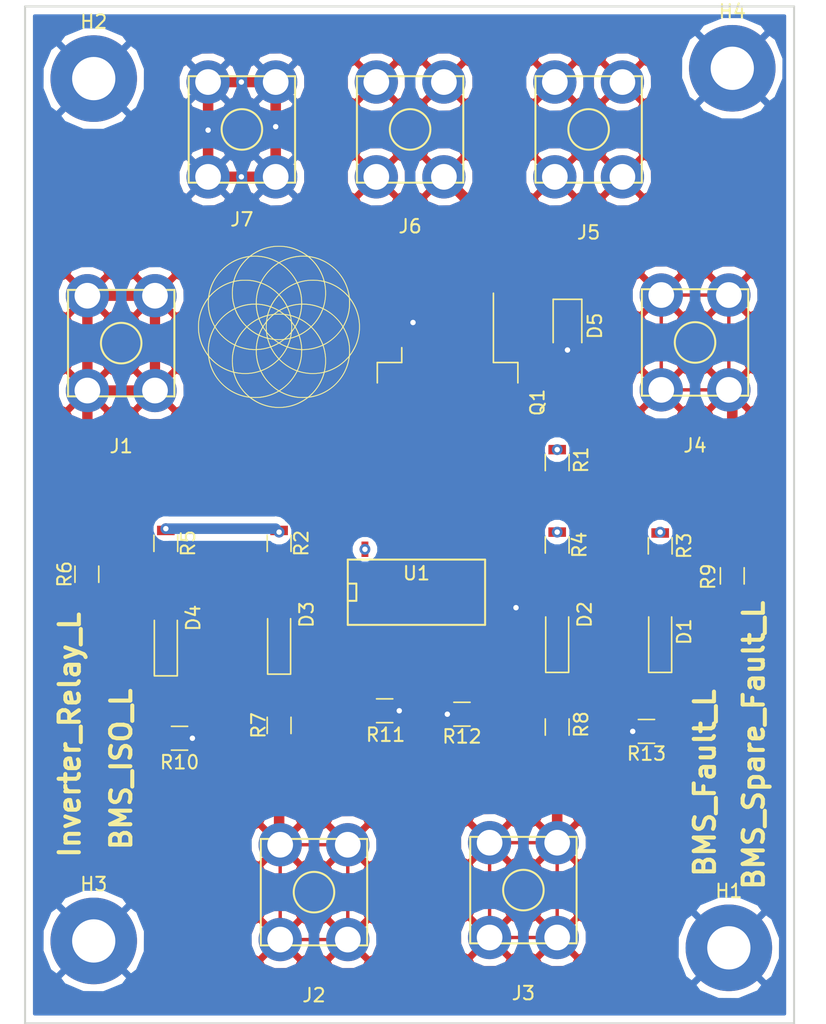
<source format=kicad_pcb>
(kicad_pcb (version 20171130) (host pcbnew "(5.0.2-5-10.14)")
  (layers (0 F.Cu signal) (31 B.Cu signal) (34 B.Paste user) (35 F.Paste user) (36 B.SilkS user) (37 F.SilkS user) (38 B.Mask user) (39 F.Mask user) (44 Edge.Cuts user))
  (net 0 "")
  (net 1 "Net-(D2-Pad2)")
  (net 2 "Net-(D4-Pad2)")
  (net 3 GND)
  (net 4 Contactor-)
  (net 5 "Net-(Q1-Pad2)")
  (net 6 /BMS_Fault_L)
  (net 7 /Inverter_Relay_L)
  (net 8 /BMS_Spare_Fault_L)
  (net 9 /BMS_ISO_L)
  (net 10 +12V)
  (net 11 "Net-(D1-Pad2)")
  (net 12 "Net-(D3-Pad2)")
  (net 13 "Net-(J1-Pad1)")
  (net 14 "Net-(J2-Pad1)")
  (net 15 "Net-(J3-Pad1)")
  (net 16 "Net-(J4-Pad1)")
  (module LEDs:LED_1206 (layer F.Cu) (at 104.648 88.646 90)
    (fp_text reference D2 (at 1.778 2.032 90) (layer F.SilkS))
    (fp_text value LED)
    (pad 1 smd rect (at -1.65 0 270) (size 1.5 1.5) (layers F.Cu F.Paste F.Mask) (net 6 /BMS_Fault_L))
    (pad 2 smd rect (at 1.65 0 270) (size 1.5 1.5) (layers F.Cu F.Paste F.Mask) (net 1 "Net-(D2-Pad2)"))
  )
  (module LEDs:LED_1206 (layer F.Cu) (at 75.692 88.9 90)
    (fp_text reference D4 (at 1.778 2.032 90) (layer F.SilkS))
    (fp_text value LED)
    (pad 2 smd rect (at 1.65 0 270) (size 1.5 1.5) (layers F.Cu F.Paste F.Mask) (net 2 "Net-(D4-Pad2)"))
    (pad 1 smd rect (at -1.65 0 270) (size 1.5 1.5) (layers F.Cu F.Paste F.Mask) (net 7 /Inverter_Relay_L))
  )
  (module Diodes_SMD:D_1206 (layer F.Cu) (at 105.41 65.762 270)
    (fp_text reference D5 (at -0.23 -2.032 270) (layer F.SilkS))
    (fp_text value D)
    (pad 2 smd rect (at 1.5 0 270) (size 1 1.6) (layers F.Cu F.Paste F.Mask) (net 3 GND))
    (pad 1 smd rect (at -1.5 0 270) (size 1 1.6) (layers F.Cu F.Paste F.Mask) (net 4 Contactor-))
  )
  (module Resistors_SMD:R_0805 (layer F.Cu) (at 104.648 75.626 90)
    (fp_text reference R1 (at 0.188 1.778 90) (layer F.SilkS))
    (fp_text value 10k)
    (pad 2 smd rect (at 0.95 0 90) (size 0.7 1.3) (layers F.Cu F.Paste F.Mask) (net 10 +12V))
    (pad 1 smd rect (at -0.95 0 90) (size 0.7 1.3) (layers F.Cu F.Paste F.Mask) (net 5 "Net-(Q1-Pad2)"))
  )
  (module Resistors_SMD:R_0805 (layer F.Cu) (at 84.074 81.6 270)
    (fp_text reference R2 (at 0 -1.65 270) (layer F.SilkS))
    (fp_text value 10k)
    (pad 1 smd rect (at -0.95 0 270) (size 0.7 1.3) (layers F.Cu F.Paste F.Mask) (net 10 +12V))
    (pad 2 smd rect (at 0.95 0 270) (size 0.7 1.3) (layers F.Cu F.Paste F.Mask) (net 12 "Net-(D3-Pad2)"))
  )
  (module Resistors_SMD:R_0805 (layer F.Cu) (at 112.268 81.788 270)
    (fp_text reference R3 (at 0 -1.778 270) (layer F.SilkS))
    (fp_text value 10k)
    (pad 1 smd rect (at -0.95 0 270) (size 0.7 1.3) (layers F.Cu F.Paste F.Mask) (net 10 +12V))
    (pad 2 smd rect (at 0.95 0 270) (size 0.7 1.3) (layers F.Cu F.Paste F.Mask) (net 11 "Net-(D1-Pad2)"))
  )
  (module Resistors_SMD:R_0805 (layer F.Cu) (at 104.648 81.722 270)
    (fp_text reference R4 (at 0 -1.65 270) (layer F.SilkS))
    (fp_text value 10k)
    (pad 2 smd rect (at 0.95 0 270) (size 0.7 1.3) (layers F.Cu F.Paste F.Mask) (net 1 "Net-(D2-Pad2)"))
    (pad 1 smd rect (at -0.95 0 270) (size 0.7 1.3) (layers F.Cu F.Paste F.Mask) (net 10 +12V))
  )
  (module Resistors_SMD:R_0805 (layer F.Cu) (at 75.692 81.6 270)
    (fp_text reference R5 (at 0 -1.65 270) (layer F.SilkS))
    (fp_text value 10k)
    (pad 1 smd rect (at -0.95 0 270) (size 0.7 1.3) (layers F.Cu F.Paste F.Mask) (net 10 +12V))
    (pad 2 smd rect (at 0.95 0 270) (size 0.7 1.3) (layers F.Cu F.Paste F.Mask) (net 2 "Net-(D4-Pad2)"))
  )
  (module Resistors_SMD:R_0805 (layer F.Cu) (at 69.85 83.886 90)
    (fp_text reference R6 (at 0 -1.65 90) (layer F.SilkS))
    (fp_text value 10k)
    (pad 2 smd rect (at 0.95 0 90) (size 0.7 1.3) (layers F.Cu F.Paste F.Mask) (net 13 "Net-(J1-Pad1)"))
    (pad 1 smd rect (at -0.95 0 90) (size 0.7 1.3) (layers F.Cu F.Paste F.Mask) (net 7 /Inverter_Relay_L))
  )
  (module footprints:RingTerminal (layer F.Cu) (at 102.148 107.239)
    (fp_text reference J3 (at 0 7.62) (layer F.SilkS))
    (fp_text value Screw_Terminal_01x01)
    (pad 1 thru_hole circle (at -2.5 -3.505) (size 3.2 3.2) (drill 1.9) (layers *.Cu *.Mask) (net 15 "Net-(J3-Pad1)"))
    (pad 1 thru_hole circle (at -2.5 3.505) (size 3.2 3.2) (drill 1.9) (layers *.Cu *.Mask) (net 15 "Net-(J3-Pad1)"))
    (pad 1 thru_hole circle (at 2.5 3.505) (size 3.2 3.2) (drill 1.9) (layers *.Cu *.Mask) (net 15 "Net-(J3-Pad1)"))
    (pad 1 thru_hole circle (at 2.5 -3.505) (size 3.2 3.2) (drill 1.9) (layers *.Cu *.Mask) (net 15 "Net-(J3-Pad1)"))
  )
  (module footprints:RingTerminal (layer F.Cu) (at 114.848 66.751)
    (fp_text reference J4 (at 0 7.62) (layer F.SilkS))
    (fp_text value Screw_Terminal_01x01)
    (pad 1 thru_hole circle (at 2.5 -3.505) (size 3.2 3.2) (drill 1.9) (layers *.Cu *.Mask) (net 16 "Net-(J4-Pad1)"))
    (pad 1 thru_hole circle (at 2.5 3.505) (size 3.2 3.2) (drill 1.9) (layers *.Cu *.Mask) (net 16 "Net-(J4-Pad1)"))
    (pad 1 thru_hole circle (at -2.5 3.505) (size 3.2 3.2) (drill 1.9) (layers *.Cu *.Mask) (net 16 "Net-(J4-Pad1)"))
    (pad 1 thru_hole circle (at -2.5 -3.505) (size 3.2 3.2) (drill 1.9) (layers *.Cu *.Mask) (net 16 "Net-(J4-Pad1)"))
  )
  (module footprints:RingTerminal (layer F.Cu) (at 106.974 51.003)
    (fp_text reference J5 (at 0 7.62) (layer F.SilkS))
    (fp_text value Screw_Terminal_01x01)
    (pad 1 thru_hole circle (at -2.5 -3.505) (size 3.2 3.2) (drill 1.9) (layers *.Cu *.Mask) (net 10 +12V))
    (pad 1 thru_hole circle (at -2.5 3.505) (size 3.2 3.2) (drill 1.9) (layers *.Cu *.Mask) (net 10 +12V))
    (pad 1 thru_hole circle (at 2.5 3.505) (size 3.2 3.2) (drill 1.9) (layers *.Cu *.Mask) (net 10 +12V))
    (pad 1 thru_hole circle (at 2.5 -3.505) (size 3.2 3.2) (drill 1.9) (layers *.Cu *.Mask) (net 10 +12V))
  )
  (module footprints:RingTerminal (layer F.Cu) (at 93.766 51.003)
    (fp_text reference J6 (at 0 7.163) (layer F.SilkS))
    (fp_text value Screw_Terminal_01x01)
    (pad 1 thru_hole circle (at 2.5 -3.505) (size 3.2 3.2) (drill 1.9) (layers *.Cu *.Mask) (net 4 Contactor-))
    (pad 1 thru_hole circle (at 2.5 3.505) (size 3.2 3.2) (drill 1.9) (layers *.Cu *.Mask) (net 4 Contactor-))
    (pad 1 thru_hole circle (at -2.5 3.505) (size 3.2 3.2) (drill 1.9) (layers *.Cu *.Mask) (net 4 Contactor-))
    (pad 1 thru_hole circle (at -2.5 -3.505) (size 3.2 3.2) (drill 1.9) (layers *.Cu *.Mask) (net 4 Contactor-))
  )
  (module footprints:RingTerminal (layer F.Cu) (at 81.32 51.003)
    (fp_text reference J7 (at 0 6.655) (layer F.SilkS))
    (fp_text value Screw_Terminal_01x01)
    (pad 1 thru_hole circle (at -2.5 -3.505) (size 3.2 3.2) (drill 1.9) (layers *.Cu *.Mask) (net 3 GND))
    (pad 1 thru_hole circle (at -2.5 3.505) (size 3.2 3.2) (drill 1.9) (layers *.Cu *.Mask) (net 3 GND))
    (pad 1 thru_hole circle (at 2.5 3.505) (size 3.2 3.2) (drill 1.9) (layers *.Cu *.Mask) (net 3 GND))
    (pad 1 thru_hole circle (at 2.5 -3.505) (size 3.2 3.2) (drill 1.9) (layers *.Cu *.Mask) (net 3 GND))
  )
  (module footprints:RingTerminal (layer F.Cu) (at 72.39 66.802)
    (fp_text reference J1 (at 0 7.62) (layer F.SilkS))
    (fp_text value Screw_Terminal_01x01)
    (pad 1 thru_hole circle (at -2.5 -3.505) (size 3.2 3.2) (drill 1.9) (layers *.Cu *.Mask) (net 13 "Net-(J1-Pad1)"))
    (pad 1 thru_hole circle (at -2.5 3.505) (size 3.2 3.2) (drill 1.9) (layers *.Cu *.Mask) (net 13 "Net-(J1-Pad1)"))
    (pad 1 thru_hole circle (at 2.5 3.505) (size 3.2 3.2) (drill 1.9) (layers *.Cu *.Mask) (net 13 "Net-(J1-Pad1)"))
    (pad 1 thru_hole circle (at 2.5 -3.505) (size 3.2 3.2) (drill 1.9) (layers *.Cu *.Mask) (net 13 "Net-(J1-Pad1)"))
  )
  (module footprints:RingTerminal (layer F.Cu) (at 86.654 107.391)
    (fp_text reference J2 (at 0 7.62) (layer F.SilkS))
    (fp_text value Screw_Terminal_01x01)
    (pad 1 thru_hole circle (at 2.5 -3.505) (size 3.2 3.2) (drill 1.9) (layers *.Cu *.Mask) (net 14 "Net-(J2-Pad1)"))
    (pad 1 thru_hole circle (at 2.5 3.505) (size 3.2 3.2) (drill 1.9) (layers *.Cu *.Mask) (net 14 "Net-(J2-Pad1)"))
    (pad 1 thru_hole circle (at -2.5 3.505) (size 3.2 3.2) (drill 1.9) (layers *.Cu *.Mask) (net 14 "Net-(J2-Pad1)"))
    (pad 1 thru_hole circle (at -2.5 -3.505) (size 3.2 3.2) (drill 1.9) (layers *.Cu *.Mask) (net 14 "Net-(J2-Pad1)"))
  )
  (module LEDs:LED_1206 (layer F.Cu) (at 112.268 88.646 90)
    (fp_text reference D1 (at 0.508 1.778 90) (layer F.SilkS))
    (fp_text value LED)
    (pad 1 smd rect (at -1.65 0 270) (size 1.5 1.5) (layers F.Cu F.Paste F.Mask) (net 8 /BMS_Spare_Fault_L))
    (pad 2 smd rect (at 1.65 0 270) (size 1.5 1.5) (layers F.Cu F.Paste F.Mask) (net 11 "Net-(D1-Pad2)"))
  )
  (module LEDs:LED_1206 (layer F.Cu) (at 84.074 88.774 90)
    (fp_text reference D3 (at 1.906 2.032 90) (layer F.SilkS))
    (fp_text value LED)
    (pad 2 smd rect (at 1.65 0 270) (size 1.5 1.5) (layers F.Cu F.Paste F.Mask) (net 12 "Net-(D3-Pad2)"))
    (pad 1 smd rect (at -1.65 0 270) (size 1.5 1.5) (layers F.Cu F.Paste F.Mask) (net 9 /BMS_ISO_L))
  )
  (module Resistors_SMD:R_0805 (layer F.Cu) (at 84.074 95.062 270)
    (fp_text reference R7 (at 0 1.524 270) (layer F.SilkS))
    (fp_text value 10k)
    (pad 2 smd rect (at 0.95 0 270) (size 0.7 1.3) (layers F.Cu F.Paste F.Mask) (net 14 "Net-(J2-Pad1)"))
    (pad 1 smd rect (at -0.95 0 270) (size 0.7 1.3) (layers F.Cu F.Paste F.Mask) (net 9 /BMS_ISO_L))
  )
  (module Resistors_SMD:R_0805 (layer F.Cu) (at 104.648 95.184 270)
    (fp_text reference R8 (at -0.188 -1.778 270) (layer F.SilkS))
    (fp_text value 10k)
    (pad 1 smd rect (at -0.95 0 270) (size 0.7 1.3) (layers F.Cu F.Paste F.Mask) (net 6 /BMS_Fault_L))
    (pad 2 smd rect (at 0.95 0 270) (size 0.7 1.3) (layers F.Cu F.Paste F.Mask) (net 15 "Net-(J3-Pad1)"))
  )
  (module Resistors_SMD:R_0805 (layer F.Cu) (at 117.602 84.008 90)
    (fp_text reference R9 (at -0.066 -1.778 90) (layer F.SilkS))
    (fp_text value 10k)
    (pad 2 smd rect (at 0.95 0 90) (size 0.7 1.3) (layers F.Cu F.Paste F.Mask) (net 16 "Net-(J4-Pad1)"))
    (pad 1 smd rect (at -0.95 0 90) (size 0.7 1.3) (layers F.Cu F.Paste F.Mask) (net 8 /BMS_Spare_Fault_L))
  )
  (module Resistors_SMD:R_0805 (layer F.Cu) (at 76.708 96.012)
    (fp_text reference R10 (at 0 1.778) (layer F.SilkS))
    (fp_text value 10k)
    (pad 2 smd rect (at 0.95 0) (size 0.7 1.3) (layers F.Cu F.Paste F.Mask) (net 3 GND))
    (pad 1 smd rect (at -0.95 0) (size 0.7 1.3) (layers F.Cu F.Paste F.Mask) (net 7 /Inverter_Relay_L))
  )
  (module Resistors_SMD:R_0805 (layer F.Cu) (at 91.882 93.98)
    (fp_text reference R11 (at 0.066 1.778) (layer F.SilkS))
    (fp_text value 10k)
    (pad 1 smd rect (at -0.95 0) (size 0.7 1.3) (layers F.Cu F.Paste F.Mask) (net 9 /BMS_ISO_L))
    (pad 2 smd rect (at 0.95 0) (size 0.7 1.3) (layers F.Cu F.Paste F.Mask) (net 3 GND))
  )
  (module Resistors_SMD:R_0805 (layer F.Cu) (at 97.602 94.234 180)
    (fp_text reference R12 (at 0 -1.65 180) (layer F.SilkS))
    (fp_text value 10k)
    (pad 2 smd rect (at 0.95 0 180) (size 0.7 1.3) (layers F.Cu F.Paste F.Mask) (net 3 GND))
    (pad 1 smd rect (at -0.95 0 180) (size 0.7 1.3) (layers F.Cu F.Paste F.Mask) (net 6 /BMS_Fault_L))
  )
  (module Resistors_SMD:R_0805 (layer F.Cu) (at 111.252 95.504 180)
    (fp_text reference R13 (at 0 -1.65 180) (layer F.SilkS))
    (fp_text value 10k)
    (pad 1 smd rect (at -0.95 0 180) (size 0.7 1.3) (layers F.Cu F.Paste F.Mask) (net 8 /BMS_Spare_Fault_L))
    (pad 2 smd rect (at 0.95 0 180) (size 0.7 1.3) (layers F.Cu F.Paste F.Mask) (net 3 GND))
  )
  (module SMD_Packages:SOIC-14_N (layer F.Cu) (at 94.234 85.09)
    (fp_text reference U1 (at 0 -1.27) (layer F.SilkS))
    (fp_text value 74LS21)
    (pad 10 smd rect (at 1.27 -3.048) (size 0.508 1.143) (layers F.Cu F.Paste F.Mask))
    (pad 14 smd rect (at -3.81 -3.048) (size 0.508 1.143) (layers F.Cu F.Paste F.Mask) (net 10 +12V))
    (pad 13 smd rect (at -2.54 -3.048) (size 0.508 1.143) (layers F.Cu F.Paste F.Mask))
    (pad 12 smd rect (at -1.27 -3.048) (size 0.508 1.143) (layers F.Cu F.Paste F.Mask))
    (pad 11 smd rect (at 0 -3.048) (size 0.508 1.143) (layers F.Cu F.Paste F.Mask))
    (pad 9 smd rect (at 2.54 -3.048) (size 0.508 1.143) (layers F.Cu F.Paste F.Mask))
    (pad 8 smd rect (at 3.81 -3.048) (size 0.508 1.143) (layers F.Cu F.Paste F.Mask))
    (pad 7 smd rect (at 3.81 3.302) (size 0.508 1.143) (layers F.Cu F.Paste F.Mask) (net 3 GND))
    (pad 6 smd rect (at 2.54 3.302) (size 0.508 1.143) (layers F.Cu F.Paste F.Mask))
    (pad 5 smd rect (at 1.27 3.302) (size 0.508 1.143) (layers F.Cu F.Paste F.Mask) (net 8 /BMS_Spare_Fault_L))
    (pad 4 smd rect (at 0 3.302) (size 0.508 1.143) (layers F.Cu F.Paste F.Mask) (net 6 /BMS_Fault_L))
    (pad 3 smd rect (at -1.27 3.302) (size 0.508 1.143) (layers F.Cu F.Paste F.Mask) (net 9 /BMS_ISO_L))
    (pad 2 smd rect (at -2.54 3.302) (size 0.508 1.143) (layers F.Cu F.Paste F.Mask) (net 7 /Inverter_Relay_L))
    (pad 1 smd rect (at -3.81 3.302) (size 0.508 1.143) (layers F.Cu F.Paste F.Mask) (net 5 "Net-(Q1-Pad2)"))
  )
  (module TO_SOT_Packages_SMD:TO-263-3_TabPin2 (layer F.Cu) (at 96.539 71.186 270)
    (fp_text reference Q1 (at 0 -6.65 270) (layer F.SilkS))
    (fp_text value Q_NMOS_DGS)
    (pad 2 smd rect (at 0.95 2.775 270) (size 4.55 5.25) (layers F.Cu F.Paste) (net 5 "Net-(Q1-Pad2)"))
    (pad 2 smd rect (at 5.8 -2.775 270) (size 4.55 5.25) (layers F.Cu F.Paste) (net 5 "Net-(Q1-Pad2)"))
    (pad 2 smd rect (at 0.95 -2.775 270) (size 4.55 5.25) (layers F.Cu F.Paste) (net 5 "Net-(Q1-Pad2)"))
    (pad 2 smd rect (at 5.8 2.775 270) (size 4.55 5.25) (layers F.Cu F.Paste) (net 5 "Net-(Q1-Pad2)"))
    (pad 2 smd rect (at 3.375 0 270) (size 9.4 10.8) (layers F.Cu F.Mask) (net 5 "Net-(Q1-Pad2)"))
    (pad 3 smd rect (at -5.775 2.54 270) (size 4.6 1.1) (layers F.Cu F.Paste F.Mask) (net 3 GND))
    (pad 2 smd rect (at -5.775 0 270) (size 4.6 1.1) (layers F.Cu F.Paste F.Mask) (net 5 "Net-(Q1-Pad2)"))
    (pad 1 smd rect (at -5.775 -2.54 270) (size 4.6 1.1) (layers F.Cu F.Paste F.Mask) (net 4 Contactor-))
  )
  (module Mounting_Holes:MountingHole_3.2mm_M3_Pad (layer F.Cu) (at 117.348 111.506)
    (fp_text reference H1 (at 0 -4.2) (layer F.SilkS))
    (fp_text value MountingHole_Pad)
    (pad 1 thru_hole circle (at 0 0) (size 6.4 6.4) (drill 3.2) (layers *.Cu *.Mask) (net 3 GND))
  )
  (module Mounting_Holes:MountingHole_3.2mm_M3_Pad (layer F.Cu) (at 70.358 47.244)
    (fp_text reference H2 (at 0 -4.2) (layer F.SilkS))
    (fp_text value MountingHole_Pad)
    (pad 1 thru_hole circle (at 0 0) (size 6.4 6.4) (drill 3.2) (layers *.Cu *.Mask) (net 3 GND))
  )
  (module Mounting_Holes:MountingHole_3.2mm_M3_Pad (layer F.Cu) (at 70.358 110.998)
    (fp_text reference H3 (at 0 -4.2) (layer F.SilkS))
    (fp_text value MountingHole_Pad)
    (pad 1 thru_hole circle (at 0 0) (size 6.4 6.4) (drill 3.2) (layers *.Cu *.Mask) (net 3 GND))
  )
  (module Mounting_Holes:MountingHole_3.2mm_M3_Pad (layer F.Cu) (at 117.602 46.482)
    (fp_text reference H4 (at 0 -4.2) (layer F.SilkS))
    (fp_text value MountingHole_Pad)
    (pad 1 thru_hole circle (at 0 0) (size 6.4 6.4) (drill 3.2) (layers *.Cu *.Mask) (net 3 GND))
  )
  (module hyperCustom:ParadigmLogo_0_5x0_5 (layer F.Cu) (at 84.074 65.532)
    (fp_text reference G*** hide)
    (fp_text value LOGO hide)
  )
  (gr_text "BMS_Spare_Fault_L\n\n" (at 120.396 96.52 90) (layer F.SilkS) (effects (font (size 1.5 1.5) (thickness 0.3))))
  (gr_text "Inverter_Relay_L\n" (at 68.58 95.758 90) (layer F.SilkS) (effects (font (size 1.5 1.5) (thickness 0.3))))
  (gr_text "BMS_ISO_L\n" (at 72.39 98.298 90) (layer F.SilkS) (effects (font (size 1.5 1.5) (thickness 0.3))))
  (gr_text "BMS_Fault_L\n" (at 115.57 99.314 90) (layer F.SilkS) (effects (font (size 1.5 1.5) (thickness 0.3))))
  (gr_line (start 65.278 117.094) (end 122.174 117.094) (layer Edge.Cuts) (width 0.15))
  (gr_line (start 65.278 41.91) (end 65.278 117.094) (layer Edge.Cuts) (width 0.15))
  (gr_line (start 122.174 41.91) (end 122.174 117.094) (layer Edge.Cuts) (width 0.15))
  (gr_line (start 65.278 41.91) (end 122.174 41.91) (layer Edge.Cuts) (width 0.15))
  (segment (start 90.932 54.842) (end 91.266 54.508) (width 0.25) (layer F.Cu) (net 4))
  (segment (start 96.793 63.891) (end 96.793 65.641) (width 0.25) (layer F.Cu) (net 5))
  (segment (start 97.378 77.216) (end 97.028 77.216) (width 0.25) (layer F.Cu) (net 5))
  (segment (start 97.668 76.576) (end 97.028 77.216) (width 0.25) (layer F.Cu) (net 5))
  (segment (start 96.774 88.392) (end 96.774 88.0745) (width 0.25) (layer F.Cu) (net 0))
  (via (at 112.268 80.772) (size 0.8) (drill 0.4) (layers F.Cu B.Cu) (net 10))
  (via (at 84.074 80.772) (size 0.8) (drill 0.4) (layers F.Cu B.Cu) (net 10))
  (via (at 75.692 80.518) (size 0.8) (drill 0.4) (layers F.Cu B.Cu) (net 10))
  (segment (start 104.648 82.672) (end 104.648 86.996) (width 0.78) (layer F.Cu) (net 1))
  (segment (start 75.692 87.25) (end 75.692 82.55) (width 0.78) (layer F.Cu) (net 2))
  (via (at 93.98 65.278) (size 0.8) (drill 0.4) (layers F.Cu B.Cu) (net 3))
  (via (at 105.41 67.31) (size 0.8) (drill 0.4) (layers F.Cu B.Cu) (net 3))
  (via (at 77.658 96.012) (size 0.8) (drill 0.4) (layers F.Cu B.Cu) (net 3))
  (via (at 92.964 93.98) (size 0.8) (drill 0.4) (layers F.Cu B.Cu) (net 3))
  (via (at 96.52 94.234) (size 0.8) (drill 0.4) (layers F.Cu B.Cu) (net 3))
  (via (at 110.236 95.504) (size 0.8) (drill 0.4) (layers F.Cu B.Cu) (net 3))
  (via (at 101.6 86.36) (size 0.8) (drill 0.4) (layers F.Cu B.Cu) (net 3))
  (segment (start 99.568 88.392) (end 101.6 86.36) (width 0.78) (layer F.Cu) (net 3))
  (segment (start 98.044 88.392) (end 99.568 88.392) (width 0.78) (layer F.Cu) (net 3))
  (segment (start 78.82 54.508) (end 78.82 51.054) (width 0.78) (layer F.Cu) (net 3))
  (segment (start 78.82 47.498) (end 81.28 47.498) (width 0.78) (layer F.Cu) (net 3))
  (segment (start 83.82 47.498) (end 83.82 50.8) (width 0.78) (layer F.Cu) (net 3))
  (segment (start 83.82 54.508) (end 81.28 54.508) (width 0.78) (layer F.Cu) (net 3))
  (segment (start 83.82 50.8) (end 83.82 54.508) (width 0.78) (layer F.Cu) (net 3))
  (via (at 83.82 50.8) (size 0.8) (drill 0.4) (layers F.Cu B.Cu) (net 3))
  (segment (start 78.82 51.054) (end 78.82 47.498) (width 0.78) (layer F.Cu) (net 3))
  (via (at 78.82 51.054) (size 0.8) (drill 0.4) (layers F.Cu B.Cu) (net 3))
  (segment (start 81.28 47.498) (end 83.82 47.498) (width 0.78) (layer F.Cu) (net 3))
  (via (at 81.28 47.498) (size 0.8) (drill 0.4) (layers F.Cu B.Cu) (net 3))
  (segment (start 81.28 54.508) (end 78.82 54.508) (width 0.78) (layer F.Cu) (net 3))
  (via (at 81.28 54.508) (size 0.8) (drill 0.4) (layers F.Cu B.Cu) (net 3))
  (segment (start 99.079 57.321) (end 96.266 54.508) (width 0.78) (layer F.Cu) (net 4))
  (segment (start 99.079 65.411) (end 99.079 57.321) (width 0.78) (layer F.Cu) (net 4))
  (segment (start 104.261 65.411) (end 105.41 64.262) (width 0.78) (layer F.Cu) (net 4))
  (segment (start 99.079 65.411) (end 104.261 65.411) (width 0.78) (layer F.Cu) (net 4))
  (segment (start 90.424 88.392) (end 90.424 88.0745) (width 0.25) (layer F.Cu) (net 5))
  (segment (start 97.239 74.561) (end 96.539 74.561) (width 0.25) (layer F.Cu) (net 5))
  (segment (start 90.424 87.774498) (end 93.362498 84.836) (width 0.78) (layer F.Cu) (net 5))
  (segment (start 90.424 88.392) (end 90.424 87.774498) (width 0.78) (layer F.Cu) (net 5))
  (segment (start 99.314 80.041) (end 99.314 76.986) (width 0.78) (layer F.Cu) (net 5))
  (segment (start 97.137502 84.836) (end 99.314 82.659502) (width 0.78) (layer F.Cu) (net 5))
  (segment (start 99.314 82.659502) (end 99.314 80.041) (width 0.78) (layer F.Cu) (net 5))
  (segment (start 93.362498 84.836) (end 97.137502 84.836) (width 0.78) (layer F.Cu) (net 5))
  (segment (start 98.554 76.576) (end 96.539 74.561) (width 0.78) (layer F.Cu) (net 5))
  (segment (start 104.648 76.576) (end 98.554 76.576) (width 0.78) (layer F.Cu) (net 5))
  (segment (start 94.234 88.7095) (end 94.234 88.392) (width 0.25) (layer F.Cu) (net 6))
  (segment (start 98.552 93.934) (end 98.552 94.234) (width 0.78) (layer F.Cu) (net 6))
  (segment (start 96.566 91.948) (end 98.552 93.934) (width 0.78) (layer F.Cu) (net 6))
  (segment (start 95.504 91.948) (end 96.566 91.948) (width 0.78) (layer F.Cu) (net 6))
  (segment (start 94.234 90.678) (end 95.504 91.948) (width 0.78) (layer F.Cu) (net 6))
  (segment (start 94.234 88.392) (end 94.234 90.678) (width 0.78) (layer F.Cu) (net 6))
  (segment (start 98.552 94.234) (end 104.648 94.234) (width 0.78) (layer F.Cu) (net 6))
  (segment (start 104.648 90.296) (end 104.648 94.234) (width 0.78) (layer F.Cu) (net 6))
  (segment (start 76.692 90.55) (end 78.85 88.392) (width 0.25) (layer F.Cu) (net 7))
  (segment (start 75.692 90.55) (end 76.692 90.55) (width 0.25) (layer F.Cu) (net 7))
  (segment (start 112.268 95.438) (end 112.202 95.504) (width 0.25) (layer F.Cu) (net 8))
  (segment (start 91.694 88.7095) (end 91.694 88.392) (width 0.25) (layer F.Cu) (net 7))
  (segment (start 74.18 90.55) (end 75.692 90.55) (width 0.762) (layer F.Cu) (net 7))
  (segment (start 69.85 86.22) (end 74.18 90.55) (width 0.762) (layer F.Cu) (net 7))
  (segment (start 69.85 84.836) (end 69.85 86.22) (width 0.762) (layer F.Cu) (net 7))
  (segment (start 77.204 90.55) (end 79.108 88.646) (width 0.762) (layer F.Cu) (net 7))
  (segment (start 75.692 90.55) (end 77.204 90.55) (width 0.762) (layer F.Cu) (net 7))
  (segment (start 79.108 88.646) (end 87.376 88.646) (width 0.762) (layer F.Cu) (net 7))
  (segment (start 87.376 88.646) (end 88.646 89.916) (width 0.762) (layer F.Cu) (net 7))
  (segment (start 88.646 89.916) (end 89.408 90.678) (width 0.78) (layer F.Cu) (net 7))
  (segment (start 91.694 89.7435) (end 91.694 88.392) (width 0.78) (layer F.Cu) (net 7))
  (segment (start 90.7595 90.678) (end 91.694 89.7435) (width 0.78) (layer F.Cu) (net 7))
  (segment (start 89.408 90.678) (end 90.7595 90.678) (width 0.78) (layer F.Cu) (net 7))
  (segment (start 75.758 90.616) (end 75.692 90.55) (width 0.78) (layer F.Cu) (net 7))
  (segment (start 75.758 96.012) (end 75.758 90.616) (width 0.78) (layer F.Cu) (net 7))
  (segment (start 95.504 88.392) (end 95.504 88.7095) (width 0.25) (layer F.Cu) (net 8))
  (segment (start 95.504 89.009502) (end 96.918498 90.424) (width 0.78) (layer F.Cu) (net 8))
  (segment (start 95.504 88.392) (end 95.504 89.009502) (width 0.78) (layer F.Cu) (net 8))
  (segment (start 101.957998 90.424) (end 103.735998 88.646) (width 0.78) (layer F.Cu) (net 8))
  (segment (start 96.918498 90.424) (end 101.957998 90.424) (width 0.78) (layer F.Cu) (net 8))
  (segment (start 110.738 90.296) (end 112.268 90.296) (width 0.78) (layer F.Cu) (net 8))
  (segment (start 109.088 88.646) (end 110.738 90.296) (width 0.78) (layer F.Cu) (net 8))
  (segment (start 103.735998 88.646) (end 109.088 88.646) (width 0.78) (layer F.Cu) (net 8))
  (segment (start 112.202 90.362) (end 112.268 90.296) (width 0.78) (layer F.Cu) (net 8))
  (segment (start 112.202 95.504) (end 112.202 90.362) (width 0.78) (layer F.Cu) (net 8))
  (segment (start 117.602 84.958) (end 117.602 87.884) (width 0.78) (layer F.Cu) (net 8))
  (segment (start 115.19 90.296) (end 112.268 90.296) (width 0.78) (layer F.Cu) (net 8))
  (segment (start 117.602 87.884) (end 115.19 90.296) (width 0.78) (layer F.Cu) (net 8))
  (segment (start 92.964 88.7095) (end 92.964 88.392) (width 0.25) (layer F.Cu) (net 9))
  (segment (start 84.074 94.112) (end 84.074 90.424) (width 0.78) (layer F.Cu) (net 9))
  (segment (start 92.964 91.948) (end 90.932 93.98) (width 0.78) (layer F.Cu) (net 9))
  (segment (start 92.964 88.392) (end 92.964 91.948) (width 0.78) (layer F.Cu) (net 9))
  (segment (start 90.8 94.112) (end 90.932 93.98) (width 0.78) (layer F.Cu) (net 9))
  (segment (start 84.074 94.112) (end 90.8 94.112) (width 0.78) (layer F.Cu) (net 9))
  (segment (start 90.424 81.7245) (end 90.424 82.042) (width 0.25) (layer F.Cu) (net 10))
  (segment (start 104.714 80.838) (end 104.648 80.772) (width 0.25) (layer F.Cu) (net 10))
  (segment (start 90.424 82.042) (end 90.424 82.042) (width 0.25) (layer F.Cu) (net 10))
  (via (at 90.424 82.042) (size 0.8) (drill 0.4) (layers F.Cu B.Cu) (net 10))
  (segment (start 104.648 80.772) (end 104.648 80.772) (width 0.25) (layer F.Cu) (net 10))
  (via (at 104.648 80.772) (size 0.8) (drill 0.4) (layers F.Cu B.Cu) (net 10))
  (segment (start 104.648 74.676) (end 104.648 74.676) (width 0.25) (layer F.Cu) (net 10))
  (via (at 104.648 74.676) (size 0.8) (drill 0.4) (layers F.Cu B.Cu) (net 10))
  (segment (start 75.692 80.518) (end 83.82 80.518) (width 0.78) (layer B.Cu) (net 10))
  (segment (start 112.268 86.996) (end 112.268 82.738) (width 0.78) (layer F.Cu) (net 11))
  (segment (start 84.074 82.55) (end 84.074 87.124) (width 0.78) (layer F.Cu) (net 12))
  (segment (start 69.89 82.642) (end 69.596 82.936) (width 0.25) (layer F.Cu) (net 13))
  (segment (start 69.89 70.307) (end 69.89 82.642) (width 0.762) (layer F.Cu) (net 13))
  (segment (start 74.89 70.307) (end 69.89 70.307) (width 0.762) (layer F.Cu) (net 13))
  (segment (start 69.89 70.307) (end 69.89 63.297) (width 0.762) (layer F.Cu) (net 13))
  (segment (start 69.89 63.297) (end 74.89 63.297) (width 0.762) (layer F.Cu) (net 13))
  (segment (start 74.89 70.307) (end 74.89 63.297) (width 0.762) (layer F.Cu) (net 13))
  (segment (start 89.154 110.896) (end 89.154 103.886) (width 0.25) (layer F.Cu) (net 14))
  (segment (start 84.154 110.896) (end 84.154 103.886) (width 0.25) (layer F.Cu) (net 14))
  (segment (start 84.154 103.886) (end 89.154 103.886) (width 0.25) (layer F.Cu) (net 14))
  (segment (start 86.891259 110.896) (end 84.154 110.896) (width 0.25) (layer F.Cu) (net 14))
  (segment (start 89.154 110.896) (end 86.891259 110.896) (width 0.25) (layer F.Cu) (net 14))
  (segment (start 84.154 96.092) (end 84.074 96.012) (width 0.25) (layer F.Cu) (net 14))
  (segment (start 84.074 103.806) (end 84.154 103.886) (width 0.78) (layer F.Cu) (net 14))
  (segment (start 84.074 96.012) (end 84.074 103.806) (width 0.78) (layer F.Cu) (net 14))
  (segment (start 99.648 108.481259) (end 99.648 103.734) (width 0.25) (layer F.Cu) (net 15))
  (segment (start 99.648 110.744) (end 99.648 108.481259) (width 0.25) (layer F.Cu) (net 15))
  (segment (start 99.648 103.734) (end 104.648 103.734) (width 0.25) (layer F.Cu) (net 15))
  (segment (start 104.648 105.996741) (end 104.648 110.744) (width 0.25) (layer F.Cu) (net 15))
  (segment (start 104.648 103.734) (end 104.648 105.996741) (width 0.25) (layer F.Cu) (net 15))
  (segment (start 102.385259 110.744) (end 99.648 110.744) (width 0.25) (layer F.Cu) (net 15))
  (segment (start 104.648 110.744) (end 102.385259 110.744) (width 0.25) (layer F.Cu) (net 15))
  (segment (start 104.648 103.734) (end 104.648 101.471259) (width 0.25) (layer F.Cu) (net 15))
  (segment (start 104.648 96.134) (end 104.648 103.734) (width 0.78) (layer F.Cu) (net 15))
  (segment (start 117.348 70.256) (end 117.348 63.246) (width 0.25) (layer F.Cu) (net 16))
  (segment (start 115.085259 63.246) (end 112.348 63.246) (width 0.25) (layer F.Cu) (net 16))
  (segment (start 117.348 63.246) (end 115.085259 63.246) (width 0.25) (layer F.Cu) (net 16))
  (segment (start 112.348 63.246) (end 112.348 70.256) (width 0.25) (layer F.Cu) (net 16))
  (segment (start 112.348 70.256) (end 117.348 70.256) (width 0.25) (layer F.Cu) (net 16))
  (segment (start 117.602 70.51) (end 117.348 70.256) (width 0.78) (layer F.Cu) (net 16))
  (segment (start 117.602 83.058) (end 117.602 70.51) (width 0.78) (layer F.Cu) (net 16))
  (zone (net 4) (net_name Contactor-) (layer F.Cu) (connect_pads (clearance 0.508)) (min_thickness 0.254) (fill yes (arc_segments 16) (thermal_gap 0.508) (thermal_bridge_width 0.508))
    (polygon (pts (xy 88.392 44.958) (xy 88.392 57.15) (xy 99.314 57.15) (xy 99.314 44.958)))
  )
  (zone (net 10) (net_name +12V) (layer F.Cu) (connect_pads (clearance 0.508)) (min_thickness 0.254) (fill yes (arc_segments 16) (thermal_gap 0.508) (thermal_bridge_width 0.508))
    (polygon (pts (xy 101.6 44.958) (xy 101.6 57.15) (xy 112.522 57.15) (xy 112.522 44.958)))
  )
  (zone (net 3) (net_name GND) (layer B.Cu) (connect_pads (clearance 0.508)) (min_thickness 0.254) (fill yes (arc_segments 16) (thermal_gap 0.508) (thermal_bridge_width 0.508))
    (polygon (pts (xy 65.532 42.164) (xy 122.174 42.164) (xy 122.174 117.094) (xy 65.278 117.094) (xy 65.278 41.91) (xy 122.174 41.91) (xy 122.174 42.164) (xy 122.682 42.164)))
  )
  (zone (net 3) (net_name GND) (layer F.Cu) (connect_pads (clearance 0.508)) (min_thickness 0.254) (fill yes (arc_segments 16) (thermal_gap 0.508) (thermal_bridge_width 0.508))
    (polygon (pts (xy 76.2 44.958) (xy 86.36 44.958) (xy 86.36 56.896) (xy 76.2 56.896)))
  )
  (zone (net 13) (net_name "Net-(J1-Pad1)") (layer F.Cu) (connect_pads (clearance 0.508)) (min_thickness 0.254) (fill yes (arc_segments 16) (thermal_gap 0.508) (thermal_bridge_width 0.508))
    (polygon (pts (xy 67.31 60.706) (xy 77.47 60.706) (xy 77.724 72.898) (xy 67.31 72.898)))
  )
  (zone (net 16) (net_name "Net-(J4-Pad1)") (layer F.Cu) (connect_pads (clearance 0.508)) (min_thickness 0.254) (fill yes (arc_segments 16) (thermal_gap 0.508) (thermal_bridge_width 0.508))
    (polygon (pts (xy 109.728 60.579) (xy 119.888 60.579) (xy 119.888 72.517) (xy 109.728 72.517)))
  )
  (zone (net 15) (net_name "Net-(J3-Pad1)") (layer F.Cu) (connect_pads (clearance 0.508)) (min_thickness 0.254) (fill yes (arc_segments 16) (thermal_gap 0.508) (thermal_bridge_width 0.508))
    (polygon (pts (xy 96.774 101.092) (xy 107.188 101.092) (xy 107.188 113.284) (xy 96.774 113.284)))
  )
  (zone (net 14) (net_name "Net-(J2-Pad1)") (layer F.Cu) (connect_pads (clearance 0.508)) (min_thickness 0.254) (fill yes (arc_segments 16) (thermal_gap 0.508) (thermal_bridge_width 0.508))
    (polygon (pts (xy 81.28 101.346) (xy 91.694 101.346) (xy 91.694 113.538) (xy 81.28 113.538)))
  )
)
</source>
